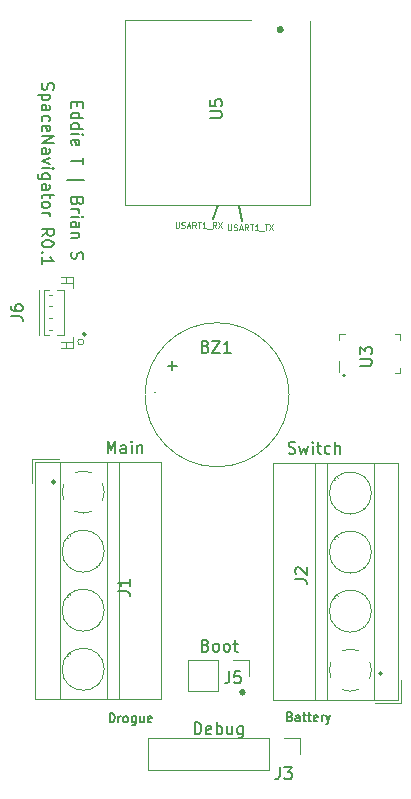
<source format=gbr>
%TF.GenerationSoftware,KiCad,Pcbnew,(6.0.4)*%
%TF.CreationDate,2022-05-08T20:42:15-04:00*%
%TF.ProjectId,STM32_Altimeter_R2,53544d33-325f-4416-9c74-696d65746572,0.1*%
%TF.SameCoordinates,Original*%
%TF.FileFunction,Legend,Top*%
%TF.FilePolarity,Positive*%
%FSLAX46Y46*%
G04 Gerber Fmt 4.6, Leading zero omitted, Abs format (unit mm)*
G04 Created by KiCad (PCBNEW (6.0.4)) date 2022-05-08 20:42:15*
%MOMM*%
%LPD*%
G01*
G04 APERTURE LIST*
%ADD10C,0.150000*%
%ADD11C,0.125000*%
%ADD12C,0.120000*%
G04 APERTURE END LIST*
D10*
X49700000Y-98900000D02*
G75*
G03*
X49700000Y-98900000I-200000J0D01*
G01*
X52476394Y-42800000D02*
X52923606Y-42800000D01*
X52923606Y-42800000D02*
X52923606Y-42800000D01*
X52923606Y-42800000D02*
X52476394Y-42800000D01*
X52476394Y-42800000D02*
X52476394Y-42800000D01*
X42100001Y-73500000D02*
G75*
G03*
X42100001Y-73500000I-1J0D01*
G01*
X52923607Y-42800000D02*
G75*
G03*
X52923607Y-42800000I-223607J0D01*
G01*
X52700000Y-42576394D02*
X52700000Y-42576394D01*
X52700000Y-42576394D02*
X52700000Y-43023606D01*
X52700000Y-43023606D02*
X52700000Y-43023606D01*
X52700000Y-43023606D02*
X52700000Y-42576394D01*
X52800000Y-42900000D02*
X52600000Y-42900000D01*
X52600000Y-42900000D02*
X52600000Y-42800000D01*
X52600000Y-42800000D02*
X52800000Y-42800000D01*
X52800000Y-42800000D02*
X52800000Y-42900000D01*
X47012614Y-58805740D02*
X47395716Y-57671530D01*
X52476394Y-42700000D02*
X52700000Y-42700000D01*
X52700000Y-42700000D02*
X52700000Y-42700000D01*
X52700000Y-42700000D02*
X52476394Y-42700000D01*
X52476394Y-42700000D02*
X52476394Y-42700000D01*
X61341421Y-97300000D02*
G75*
G03*
X61341421Y-97300000I-141421J0D01*
G01*
X52800000Y-42700000D02*
X52800000Y-42700000D01*
X52800000Y-42700000D02*
X52800000Y-42900000D01*
X52800000Y-42900000D02*
X52800000Y-42900000D01*
X52800000Y-42900000D02*
X52800000Y-42700000D01*
X58200000Y-72100000D02*
G75*
G03*
X58200000Y-72100000I-100000J0D01*
G01*
X33641421Y-81100000D02*
G75*
G03*
X33641421Y-81100000I-141421J0D01*
G01*
X49500000Y-59000000D02*
X49227166Y-57690201D01*
X49600000Y-98900000D02*
G75*
G03*
X49600000Y-98900000I-100000J0D01*
G01*
X36241421Y-68600000D02*
G75*
G03*
X36241421Y-68600000I-141421J0D01*
G01*
X45452380Y-102452380D02*
X45452380Y-101452380D01*
X45690476Y-101452380D01*
X45833333Y-101500000D01*
X45928571Y-101595238D01*
X45976190Y-101690476D01*
X46023809Y-101880952D01*
X46023809Y-102023809D01*
X45976190Y-102214285D01*
X45928571Y-102309523D01*
X45833333Y-102404761D01*
X45690476Y-102452380D01*
X45452380Y-102452380D01*
X46833333Y-102404761D02*
X46738095Y-102452380D01*
X46547619Y-102452380D01*
X46452380Y-102404761D01*
X46404761Y-102309523D01*
X46404761Y-101928571D01*
X46452380Y-101833333D01*
X46547619Y-101785714D01*
X46738095Y-101785714D01*
X46833333Y-101833333D01*
X46880952Y-101928571D01*
X46880952Y-102023809D01*
X46404761Y-102119047D01*
X47309523Y-102452380D02*
X47309523Y-101452380D01*
X47309523Y-101833333D02*
X47404761Y-101785714D01*
X47595238Y-101785714D01*
X47690476Y-101833333D01*
X47738095Y-101880952D01*
X47785714Y-101976190D01*
X47785714Y-102261904D01*
X47738095Y-102357142D01*
X47690476Y-102404761D01*
X47595238Y-102452380D01*
X47404761Y-102452380D01*
X47309523Y-102404761D01*
X48642857Y-101785714D02*
X48642857Y-102452380D01*
X48214285Y-101785714D02*
X48214285Y-102309523D01*
X48261904Y-102404761D01*
X48357142Y-102452380D01*
X48500000Y-102452380D01*
X48595238Y-102404761D01*
X48642857Y-102357142D01*
X49547619Y-101785714D02*
X49547619Y-102595238D01*
X49500000Y-102690476D01*
X49452380Y-102738095D01*
X49357142Y-102785714D01*
X49214285Y-102785714D01*
X49119047Y-102738095D01*
X49547619Y-102404761D02*
X49452380Y-102452380D01*
X49261904Y-102452380D01*
X49166666Y-102404761D01*
X49119047Y-102357142D01*
X49071428Y-102261904D01*
X49071428Y-101976190D01*
X49119047Y-101880952D01*
X49166666Y-101833333D01*
X49261904Y-101785714D01*
X49452380Y-101785714D01*
X49547619Y-101833333D01*
X53403265Y-78653764D02*
X53546122Y-78701383D01*
X53784217Y-78701383D01*
X53879455Y-78653764D01*
X53927074Y-78606145D01*
X53974693Y-78510907D01*
X53974693Y-78415669D01*
X53927074Y-78320431D01*
X53879455Y-78272812D01*
X53784217Y-78225193D01*
X53593741Y-78177574D01*
X53498503Y-78129955D01*
X53450884Y-78082336D01*
X53403265Y-77987098D01*
X53403265Y-77891860D01*
X53450884Y-77796622D01*
X53498503Y-77749003D01*
X53593741Y-77701383D01*
X53831836Y-77701383D01*
X53974693Y-77749003D01*
X54308027Y-78034717D02*
X54498503Y-78701383D01*
X54688979Y-78225193D01*
X54879455Y-78701383D01*
X55069931Y-78034717D01*
X55450884Y-78701383D02*
X55450884Y-78034717D01*
X55450884Y-77701383D02*
X55403265Y-77749003D01*
X55450884Y-77796622D01*
X55498503Y-77749003D01*
X55450884Y-77701383D01*
X55450884Y-77796622D01*
X55784217Y-78034717D02*
X56165170Y-78034717D01*
X55927074Y-77701383D02*
X55927074Y-78558526D01*
X55974693Y-78653764D01*
X56069931Y-78701383D01*
X56165170Y-78701383D01*
X56927074Y-78653764D02*
X56831836Y-78701383D01*
X56641360Y-78701383D01*
X56546122Y-78653764D01*
X56498503Y-78606145D01*
X56450884Y-78510907D01*
X56450884Y-78225193D01*
X56498503Y-78129955D01*
X56546122Y-78082336D01*
X56641360Y-78034717D01*
X56831836Y-78034717D01*
X56927074Y-78082336D01*
X57355646Y-78701383D02*
X57355646Y-77701383D01*
X57784217Y-78701383D02*
X57784217Y-78177574D01*
X57736598Y-78082336D01*
X57641360Y-78034717D01*
X57498503Y-78034717D01*
X57403265Y-78082336D01*
X57355646Y-78129955D01*
X32553454Y-47309695D02*
X32505835Y-47452552D01*
X32505835Y-47690647D01*
X32553454Y-47785885D01*
X32601073Y-47833504D01*
X32696311Y-47881123D01*
X32791549Y-47881123D01*
X32886787Y-47833504D01*
X32934406Y-47785885D01*
X32982025Y-47690647D01*
X33029644Y-47500171D01*
X33077263Y-47404933D01*
X33124882Y-47357314D01*
X33220120Y-47309695D01*
X33315358Y-47309695D01*
X33410596Y-47357314D01*
X33458216Y-47404933D01*
X33505835Y-47500171D01*
X33505835Y-47738266D01*
X33458216Y-47881123D01*
X33172501Y-48309695D02*
X32172501Y-48309695D01*
X33124882Y-48309695D02*
X33172501Y-48404933D01*
X33172501Y-48595409D01*
X33124882Y-48690647D01*
X33077263Y-48738266D01*
X32982025Y-48785885D01*
X32696311Y-48785885D01*
X32601073Y-48738266D01*
X32553454Y-48690647D01*
X32505835Y-48595409D01*
X32505835Y-48404933D01*
X32553454Y-48309695D01*
X32505835Y-49643028D02*
X33029644Y-49643028D01*
X33124882Y-49595409D01*
X33172501Y-49500171D01*
X33172501Y-49309695D01*
X33124882Y-49214457D01*
X32553454Y-49643028D02*
X32505835Y-49547790D01*
X32505835Y-49309695D01*
X32553454Y-49214457D01*
X32648692Y-49166838D01*
X32743930Y-49166838D01*
X32839168Y-49214457D01*
X32886787Y-49309695D01*
X32886787Y-49547790D01*
X32934406Y-49643028D01*
X32553454Y-50547790D02*
X32505835Y-50452552D01*
X32505835Y-50262076D01*
X32553454Y-50166838D01*
X32601073Y-50119219D01*
X32696311Y-50071600D01*
X32982025Y-50071600D01*
X33077263Y-50119219D01*
X33124882Y-50166838D01*
X33172501Y-50262076D01*
X33172501Y-50452552D01*
X33124882Y-50547790D01*
X32553454Y-51357314D02*
X32505835Y-51262076D01*
X32505835Y-51071600D01*
X32553454Y-50976362D01*
X32648692Y-50928742D01*
X33029644Y-50928742D01*
X33124882Y-50976362D01*
X33172501Y-51071600D01*
X33172501Y-51262076D01*
X33124882Y-51357314D01*
X33029644Y-51404933D01*
X32934406Y-51404933D01*
X32839168Y-50928742D01*
X32505835Y-51833504D02*
X33505835Y-51833504D01*
X32505835Y-52404933D01*
X33505835Y-52404933D01*
X32505835Y-53309695D02*
X33029644Y-53309695D01*
X33124882Y-53262076D01*
X33172501Y-53166838D01*
X33172501Y-52976362D01*
X33124882Y-52881123D01*
X32553454Y-53309695D02*
X32505835Y-53214457D01*
X32505835Y-52976362D01*
X32553454Y-52881123D01*
X32648692Y-52833504D01*
X32743930Y-52833504D01*
X32839168Y-52881123D01*
X32886787Y-52976362D01*
X32886787Y-53214457D01*
X32934406Y-53309695D01*
X33172501Y-53690647D02*
X32505835Y-53928742D01*
X33172501Y-54166838D01*
X32505835Y-54547790D02*
X33172501Y-54547790D01*
X33505835Y-54547790D02*
X33458216Y-54500171D01*
X33410596Y-54547790D01*
X33458216Y-54595409D01*
X33505835Y-54547790D01*
X33410596Y-54547790D01*
X33172501Y-55452552D02*
X32362977Y-55452552D01*
X32267739Y-55404933D01*
X32220120Y-55357314D01*
X32172501Y-55262076D01*
X32172501Y-55119219D01*
X32220120Y-55023981D01*
X32553454Y-55452552D02*
X32505835Y-55357314D01*
X32505835Y-55166838D01*
X32553454Y-55071600D01*
X32601073Y-55023981D01*
X32696311Y-54976362D01*
X32982025Y-54976362D01*
X33077263Y-55023981D01*
X33124882Y-55071600D01*
X33172501Y-55166838D01*
X33172501Y-55357314D01*
X33124882Y-55452552D01*
X32505835Y-56357314D02*
X33029644Y-56357314D01*
X33124882Y-56309695D01*
X33172501Y-56214457D01*
X33172501Y-56023981D01*
X33124882Y-55928742D01*
X32553454Y-56357314D02*
X32505835Y-56262076D01*
X32505835Y-56023981D01*
X32553454Y-55928742D01*
X32648692Y-55881123D01*
X32743930Y-55881123D01*
X32839168Y-55928742D01*
X32886787Y-56023981D01*
X32886787Y-56262076D01*
X32934406Y-56357314D01*
X33172501Y-56690647D02*
X33172501Y-57071600D01*
X33505835Y-56833504D02*
X32648692Y-56833504D01*
X32553454Y-56881123D01*
X32505835Y-56976362D01*
X32505835Y-57071600D01*
X32505835Y-57547790D02*
X32553454Y-57452552D01*
X32601073Y-57404933D01*
X32696311Y-57357314D01*
X32982025Y-57357314D01*
X33077263Y-57404933D01*
X33124882Y-57452552D01*
X33172501Y-57547790D01*
X33172501Y-57690647D01*
X33124882Y-57785885D01*
X33077263Y-57833504D01*
X32982025Y-57881123D01*
X32696311Y-57881123D01*
X32601073Y-57833504D01*
X32553454Y-57785885D01*
X32505835Y-57690647D01*
X32505835Y-57547790D01*
X32505835Y-58309695D02*
X33172501Y-58309695D01*
X32982025Y-58309695D02*
X33077263Y-58357314D01*
X33124882Y-58404933D01*
X33172501Y-58500171D01*
X33172501Y-58595409D01*
X32505835Y-60262076D02*
X32982025Y-59928742D01*
X32505835Y-59690647D02*
X33505835Y-59690647D01*
X33505835Y-60071600D01*
X33458216Y-60166838D01*
X33410596Y-60214457D01*
X33315358Y-60262076D01*
X33172501Y-60262076D01*
X33077263Y-60214457D01*
X33029644Y-60166838D01*
X32982025Y-60071600D01*
X32982025Y-59690647D01*
X33505835Y-60881123D02*
X33505835Y-60976362D01*
X33458216Y-61071600D01*
X33410596Y-61119219D01*
X33315358Y-61166838D01*
X33124882Y-61214457D01*
X32886787Y-61214457D01*
X32696311Y-61166838D01*
X32601073Y-61119219D01*
X32553454Y-61071600D01*
X32505835Y-60976362D01*
X32505835Y-60881123D01*
X32553454Y-60785885D01*
X32601073Y-60738266D01*
X32696311Y-60690647D01*
X32886787Y-60643028D01*
X33124882Y-60643028D01*
X33315358Y-60690647D01*
X33410596Y-60738266D01*
X33458216Y-60785885D01*
X33505835Y-60881123D01*
X32601073Y-61643028D02*
X32553454Y-61690647D01*
X32505835Y-61643028D01*
X32553454Y-61595409D01*
X32601073Y-61643028D01*
X32505835Y-61643028D01*
X32505835Y-62643028D02*
X32505835Y-62071600D01*
X32505835Y-62357314D02*
X33505835Y-62357314D01*
X33362977Y-62262076D01*
X33267739Y-62166838D01*
X33220120Y-62071600D01*
X38252052Y-101438883D02*
X38252052Y-100688883D01*
X38430624Y-100688883D01*
X38537767Y-100724598D01*
X38609195Y-100796026D01*
X38644910Y-100867455D01*
X38680624Y-101010312D01*
X38680624Y-101117455D01*
X38644910Y-101260312D01*
X38609195Y-101331740D01*
X38537767Y-101403169D01*
X38430624Y-101438883D01*
X38252052Y-101438883D01*
X39002052Y-101438883D02*
X39002052Y-100938883D01*
X39002052Y-101081740D02*
X39037767Y-101010312D01*
X39073481Y-100974598D01*
X39144910Y-100938883D01*
X39216338Y-100938883D01*
X39573481Y-101438883D02*
X39502052Y-101403169D01*
X39466338Y-101367455D01*
X39430624Y-101296026D01*
X39430624Y-101081740D01*
X39466338Y-101010312D01*
X39502052Y-100974598D01*
X39573481Y-100938883D01*
X39680624Y-100938883D01*
X39752052Y-100974598D01*
X39787767Y-101010312D01*
X39823481Y-101081740D01*
X39823481Y-101296026D01*
X39787767Y-101367455D01*
X39752052Y-101403169D01*
X39680624Y-101438883D01*
X39573481Y-101438883D01*
X40466338Y-100938883D02*
X40466338Y-101546026D01*
X40430624Y-101617455D01*
X40394910Y-101653169D01*
X40323481Y-101688883D01*
X40216338Y-101688883D01*
X40144910Y-101653169D01*
X40466338Y-101403169D02*
X40394910Y-101438883D01*
X40252052Y-101438883D01*
X40180624Y-101403169D01*
X40144910Y-101367455D01*
X40109195Y-101296026D01*
X40109195Y-101081740D01*
X40144910Y-101010312D01*
X40180624Y-100974598D01*
X40252052Y-100938883D01*
X40394910Y-100938883D01*
X40466338Y-100974598D01*
X41144910Y-100938883D02*
X41144910Y-101438883D01*
X40823481Y-100938883D02*
X40823481Y-101331740D01*
X40859195Y-101403169D01*
X40930624Y-101438883D01*
X41037767Y-101438883D01*
X41109195Y-101403169D01*
X41144910Y-101367455D01*
X41787767Y-101403169D02*
X41716338Y-101438883D01*
X41573481Y-101438883D01*
X41502052Y-101403169D01*
X41466338Y-101331740D01*
X41466338Y-101046026D01*
X41502052Y-100974598D01*
X41573481Y-100938883D01*
X41716338Y-100938883D01*
X41787767Y-100974598D01*
X41823481Y-101046026D01*
X41823481Y-101117455D01*
X41466338Y-101188883D01*
D11*
X48278458Y-59285952D02*
X48278458Y-59690714D01*
X48302268Y-59738333D01*
X48326077Y-59762142D01*
X48373696Y-59785952D01*
X48468935Y-59785952D01*
X48516554Y-59762142D01*
X48540363Y-59738333D01*
X48564173Y-59690714D01*
X48564173Y-59285952D01*
X48778458Y-59762142D02*
X48849887Y-59785952D01*
X48968935Y-59785952D01*
X49016554Y-59762142D01*
X49040363Y-59738333D01*
X49064173Y-59690714D01*
X49064173Y-59643095D01*
X49040363Y-59595476D01*
X49016554Y-59571666D01*
X48968935Y-59547857D01*
X48873696Y-59524047D01*
X48826077Y-59500238D01*
X48802268Y-59476428D01*
X48778458Y-59428809D01*
X48778458Y-59381190D01*
X48802268Y-59333571D01*
X48826077Y-59309762D01*
X48873696Y-59285952D01*
X48992744Y-59285952D01*
X49064173Y-59309762D01*
X49254649Y-59643095D02*
X49492744Y-59643095D01*
X49207030Y-59785952D02*
X49373696Y-59285952D01*
X49540363Y-59785952D01*
X49992744Y-59785952D02*
X49826077Y-59547857D01*
X49707030Y-59785952D02*
X49707030Y-59285952D01*
X49897506Y-59285952D01*
X49945125Y-59309762D01*
X49968935Y-59333571D01*
X49992744Y-59381190D01*
X49992744Y-59452619D01*
X49968935Y-59500238D01*
X49945125Y-59524047D01*
X49897506Y-59547857D01*
X49707030Y-59547857D01*
X50135601Y-59285952D02*
X50421316Y-59285952D01*
X50278458Y-59785952D02*
X50278458Y-59285952D01*
X50849887Y-59785952D02*
X50564173Y-59785952D01*
X50707030Y-59785952D02*
X50707030Y-59285952D01*
X50659411Y-59357381D01*
X50611792Y-59405000D01*
X50564173Y-59428809D01*
X50945125Y-59833571D02*
X51326077Y-59833571D01*
X51373696Y-59285952D02*
X51659411Y-59285952D01*
X51516554Y-59785952D02*
X51516554Y-59285952D01*
X51778458Y-59285952D02*
X52111792Y-59785952D01*
X52111792Y-59285952D02*
X51778458Y-59785952D01*
D10*
X46380952Y-94928571D02*
X46523809Y-94976190D01*
X46571428Y-95023809D01*
X46619047Y-95119047D01*
X46619047Y-95261904D01*
X46571428Y-95357142D01*
X46523809Y-95404761D01*
X46428571Y-95452380D01*
X46047619Y-95452380D01*
X46047619Y-94452380D01*
X46380952Y-94452380D01*
X46476190Y-94500000D01*
X46523809Y-94547619D01*
X46571428Y-94642857D01*
X46571428Y-94738095D01*
X46523809Y-94833333D01*
X46476190Y-94880952D01*
X46380952Y-94928571D01*
X46047619Y-94928571D01*
X47190476Y-95452380D02*
X47095238Y-95404761D01*
X47047619Y-95357142D01*
X47000000Y-95261904D01*
X47000000Y-94976190D01*
X47047619Y-94880952D01*
X47095238Y-94833333D01*
X47190476Y-94785714D01*
X47333333Y-94785714D01*
X47428571Y-94833333D01*
X47476190Y-94880952D01*
X47523809Y-94976190D01*
X47523809Y-95261904D01*
X47476190Y-95357142D01*
X47428571Y-95404761D01*
X47333333Y-95452380D01*
X47190476Y-95452380D01*
X48095238Y-95452380D02*
X48000000Y-95404761D01*
X47952380Y-95357142D01*
X47904761Y-95261904D01*
X47904761Y-94976190D01*
X47952380Y-94880952D01*
X48000000Y-94833333D01*
X48095238Y-94785714D01*
X48238095Y-94785714D01*
X48333333Y-94833333D01*
X48380952Y-94880952D01*
X48428571Y-94976190D01*
X48428571Y-95261904D01*
X48380952Y-95357142D01*
X48333333Y-95404761D01*
X48238095Y-95452380D01*
X48095238Y-95452380D01*
X48714285Y-94785714D02*
X49095238Y-94785714D01*
X48857142Y-94452380D02*
X48857142Y-95309523D01*
X48904761Y-95404761D01*
X48999999Y-95452380D01*
X49095238Y-95452380D01*
X53526116Y-100962360D02*
X53633259Y-100998074D01*
X53668973Y-101033789D01*
X53704688Y-101105217D01*
X53704688Y-101212360D01*
X53668973Y-101283789D01*
X53633259Y-101319503D01*
X53561830Y-101355217D01*
X53276116Y-101355217D01*
X53276116Y-100605217D01*
X53526116Y-100605217D01*
X53597545Y-100640932D01*
X53633259Y-100676646D01*
X53668973Y-100748074D01*
X53668973Y-100819503D01*
X53633259Y-100890932D01*
X53597545Y-100926646D01*
X53526116Y-100962360D01*
X53276116Y-100962360D01*
X54347545Y-101355217D02*
X54347545Y-100962360D01*
X54311830Y-100890932D01*
X54240402Y-100855217D01*
X54097545Y-100855217D01*
X54026116Y-100890932D01*
X54347545Y-101319503D02*
X54276116Y-101355217D01*
X54097545Y-101355217D01*
X54026116Y-101319503D01*
X53990402Y-101248074D01*
X53990402Y-101176646D01*
X54026116Y-101105217D01*
X54097545Y-101069503D01*
X54276116Y-101069503D01*
X54347545Y-101033789D01*
X54597545Y-100855217D02*
X54883259Y-100855217D01*
X54704688Y-100605217D02*
X54704688Y-101248074D01*
X54740402Y-101319503D01*
X54811830Y-101355217D01*
X54883259Y-101355217D01*
X55026116Y-100855217D02*
X55311830Y-100855217D01*
X55133259Y-100605217D02*
X55133259Y-101248074D01*
X55168973Y-101319503D01*
X55240402Y-101355217D01*
X55311830Y-101355217D01*
X55847545Y-101319503D02*
X55776116Y-101355217D01*
X55633259Y-101355217D01*
X55561830Y-101319503D01*
X55526116Y-101248074D01*
X55526116Y-100962360D01*
X55561830Y-100890932D01*
X55633259Y-100855217D01*
X55776116Y-100855217D01*
X55847545Y-100890932D01*
X55883259Y-100962360D01*
X55883259Y-101033789D01*
X55526116Y-101105217D01*
X56204688Y-101355217D02*
X56204688Y-100855217D01*
X56204688Y-100998074D02*
X56240402Y-100926646D01*
X56276116Y-100890932D01*
X56347545Y-100855217D01*
X56418973Y-100855217D01*
X56597545Y-100855217D02*
X56776116Y-101355217D01*
X56954688Y-100855217D02*
X56776116Y-101355217D01*
X56704688Y-101533789D01*
X56668973Y-101569503D01*
X56597545Y-101605217D01*
D11*
X43840444Y-59090732D02*
X43840444Y-59495494D01*
X43864253Y-59543113D01*
X43888063Y-59566922D01*
X43935682Y-59590732D01*
X44030920Y-59590732D01*
X44078539Y-59566922D01*
X44102348Y-59543113D01*
X44126158Y-59495494D01*
X44126158Y-59090732D01*
X44340444Y-59566922D02*
X44411872Y-59590732D01*
X44530920Y-59590732D01*
X44578539Y-59566922D01*
X44602348Y-59543113D01*
X44626158Y-59495494D01*
X44626158Y-59447875D01*
X44602348Y-59400256D01*
X44578539Y-59376446D01*
X44530920Y-59352637D01*
X44435682Y-59328827D01*
X44388063Y-59305018D01*
X44364253Y-59281208D01*
X44340444Y-59233589D01*
X44340444Y-59185970D01*
X44364253Y-59138351D01*
X44388063Y-59114542D01*
X44435682Y-59090732D01*
X44554729Y-59090732D01*
X44626158Y-59114542D01*
X44816634Y-59447875D02*
X45054729Y-59447875D01*
X44769015Y-59590732D02*
X44935682Y-59090732D01*
X45102348Y-59590732D01*
X45554729Y-59590732D02*
X45388063Y-59352637D01*
X45269015Y-59590732D02*
X45269015Y-59090732D01*
X45459491Y-59090732D01*
X45507110Y-59114542D01*
X45530920Y-59138351D01*
X45554729Y-59185970D01*
X45554729Y-59257399D01*
X45530920Y-59305018D01*
X45507110Y-59328827D01*
X45459491Y-59352637D01*
X45269015Y-59352637D01*
X45697586Y-59090732D02*
X45983301Y-59090732D01*
X45840444Y-59590732D02*
X45840444Y-59090732D01*
X46411872Y-59590732D02*
X46126158Y-59590732D01*
X46269015Y-59590732D02*
X46269015Y-59090732D01*
X46221396Y-59162161D01*
X46173777Y-59209780D01*
X46126158Y-59233589D01*
X46507110Y-59638351D02*
X46888063Y-59638351D01*
X47292825Y-59590732D02*
X47126158Y-59352637D01*
X47007110Y-59590732D02*
X47007110Y-59090732D01*
X47197586Y-59090732D01*
X47245205Y-59114542D01*
X47269015Y-59138351D01*
X47292825Y-59185970D01*
X47292825Y-59257399D01*
X47269015Y-59305018D01*
X47245205Y-59328827D01*
X47197586Y-59352637D01*
X47007110Y-59352637D01*
X47459491Y-59090732D02*
X47792825Y-59590732D01*
X47792825Y-59090732D02*
X47459491Y-59590732D01*
D10*
X38077597Y-78659550D02*
X38077597Y-77659550D01*
X38410930Y-78373836D01*
X38744264Y-77659550D01*
X38744264Y-78659550D01*
X39649026Y-78659550D02*
X39649026Y-78135741D01*
X39601407Y-78040503D01*
X39506168Y-77992884D01*
X39315692Y-77992884D01*
X39220454Y-78040503D01*
X39649026Y-78611931D02*
X39553788Y-78659550D01*
X39315692Y-78659550D01*
X39220454Y-78611931D01*
X39172835Y-78516693D01*
X39172835Y-78421455D01*
X39220454Y-78326217D01*
X39315692Y-78278598D01*
X39553788Y-78278598D01*
X39649026Y-78230979D01*
X40125216Y-78659550D02*
X40125216Y-77992884D01*
X40125216Y-77659550D02*
X40077597Y-77707170D01*
X40125216Y-77754789D01*
X40172835Y-77707170D01*
X40125216Y-77659550D01*
X40125216Y-77754789D01*
X40601407Y-77992884D02*
X40601407Y-78659550D01*
X40601407Y-78088122D02*
X40649026Y-78040503D01*
X40744264Y-77992884D01*
X40887121Y-77992884D01*
X40982359Y-78040503D01*
X41029978Y-78135741D01*
X41029978Y-78659550D01*
X35533246Y-48959303D02*
X35533246Y-49292637D01*
X35009437Y-49435494D02*
X35009437Y-48959303D01*
X36009437Y-48959303D01*
X36009437Y-49435494D01*
X35009437Y-50292637D02*
X36009437Y-50292637D01*
X35057056Y-50292637D02*
X35009437Y-50197399D01*
X35009437Y-50006922D01*
X35057056Y-49911684D01*
X35104675Y-49864065D01*
X35199913Y-49816446D01*
X35485627Y-49816446D01*
X35580865Y-49864065D01*
X35628484Y-49911684D01*
X35676103Y-50006922D01*
X35676103Y-50197399D01*
X35628484Y-50292637D01*
X35009437Y-51197399D02*
X36009437Y-51197399D01*
X35057056Y-51197399D02*
X35009437Y-51102161D01*
X35009437Y-50911684D01*
X35057056Y-50816446D01*
X35104675Y-50768827D01*
X35199913Y-50721208D01*
X35485627Y-50721208D01*
X35580865Y-50768827D01*
X35628484Y-50816446D01*
X35676103Y-50911684D01*
X35676103Y-51102161D01*
X35628484Y-51197399D01*
X35009437Y-51673589D02*
X35676103Y-51673589D01*
X36009437Y-51673589D02*
X35961818Y-51625970D01*
X35914198Y-51673589D01*
X35961818Y-51721208D01*
X36009437Y-51673589D01*
X35914198Y-51673589D01*
X35057056Y-52530732D02*
X35009437Y-52435494D01*
X35009437Y-52245018D01*
X35057056Y-52149780D01*
X35152294Y-52102161D01*
X35533246Y-52102161D01*
X35628484Y-52149780D01*
X35676103Y-52245018D01*
X35676103Y-52435494D01*
X35628484Y-52530732D01*
X35533246Y-52578351D01*
X35438008Y-52578351D01*
X35342770Y-52102161D01*
X36009437Y-53625970D02*
X36009437Y-54197399D01*
X35009437Y-53911684D02*
X36009437Y-53911684D01*
X34676103Y-55530732D02*
X36104675Y-55530732D01*
X35533246Y-57340256D02*
X35485627Y-57483113D01*
X35438008Y-57530732D01*
X35342770Y-57578351D01*
X35199913Y-57578351D01*
X35104675Y-57530732D01*
X35057056Y-57483113D01*
X35009437Y-57387875D01*
X35009437Y-57006922D01*
X36009437Y-57006922D01*
X36009437Y-57340256D01*
X35961818Y-57435494D01*
X35914198Y-57483113D01*
X35818960Y-57530732D01*
X35723722Y-57530732D01*
X35628484Y-57483113D01*
X35580865Y-57435494D01*
X35533246Y-57340256D01*
X35533246Y-57006922D01*
X35009437Y-58006922D02*
X35676103Y-58006922D01*
X35485627Y-58006922D02*
X35580865Y-58054542D01*
X35628484Y-58102161D01*
X35676103Y-58197399D01*
X35676103Y-58292637D01*
X35009437Y-58625970D02*
X35676103Y-58625970D01*
X36009437Y-58625970D02*
X35961818Y-58578351D01*
X35914198Y-58625970D01*
X35961818Y-58673589D01*
X36009437Y-58625970D01*
X35914198Y-58625970D01*
X35009437Y-59530732D02*
X35533246Y-59530732D01*
X35628484Y-59483113D01*
X35676103Y-59387875D01*
X35676103Y-59197399D01*
X35628484Y-59102161D01*
X35057056Y-59530732D02*
X35009437Y-59435494D01*
X35009437Y-59197399D01*
X35057056Y-59102161D01*
X35152294Y-59054542D01*
X35247532Y-59054542D01*
X35342770Y-59102161D01*
X35390389Y-59197399D01*
X35390389Y-59435494D01*
X35438008Y-59530732D01*
X35676103Y-60006922D02*
X35009437Y-60006922D01*
X35580865Y-60006922D02*
X35628484Y-60054542D01*
X35676103Y-60149780D01*
X35676103Y-60292637D01*
X35628484Y-60387875D01*
X35533246Y-60435494D01*
X35009437Y-60435494D01*
X35057056Y-61625970D02*
X35009437Y-61768827D01*
X35009437Y-62006922D01*
X35057056Y-62102161D01*
X35104675Y-62149780D01*
X35199913Y-62197399D01*
X35295151Y-62197399D01*
X35390389Y-62149780D01*
X35438008Y-62102161D01*
X35485627Y-62006922D01*
X35533246Y-61816446D01*
X35580865Y-61721208D01*
X35628484Y-61673589D01*
X35723722Y-61625970D01*
X35818960Y-61625970D01*
X35914198Y-61673589D01*
X35961818Y-61721208D01*
X36009437Y-61816446D01*
X36009437Y-62054542D01*
X35961818Y-62197399D01*
%TO.C,J3*%
X52666666Y-105252380D02*
X52666666Y-105966666D01*
X52619047Y-106109523D01*
X52523809Y-106204761D01*
X52380952Y-106252380D01*
X52285714Y-106252380D01*
X53047619Y-105252380D02*
X53666666Y-105252380D01*
X53333333Y-105633333D01*
X53476190Y-105633333D01*
X53571428Y-105680952D01*
X53619047Y-105728571D01*
X53666666Y-105823809D01*
X53666666Y-106061904D01*
X53619047Y-106157142D01*
X53571428Y-106204761D01*
X53476190Y-106252380D01*
X53190476Y-106252380D01*
X53095238Y-106204761D01*
X53047619Y-106157142D01*
%TO.C,J1*%
X38952380Y-90333333D02*
X39666666Y-90333333D01*
X39809523Y-90380952D01*
X39904761Y-90476190D01*
X39952380Y-90619047D01*
X39952380Y-90714285D01*
X39952380Y-89333333D02*
X39952380Y-89904761D01*
X39952380Y-89619047D02*
X38952380Y-89619047D01*
X39095238Y-89714285D01*
X39190476Y-89809523D01*
X39238095Y-89904761D01*
%TO.C,U3*%
X59470321Y-71238008D02*
X60279845Y-71238008D01*
X60375083Y-71190389D01*
X60422702Y-71142770D01*
X60470321Y-71047532D01*
X60470321Y-70857056D01*
X60422702Y-70761818D01*
X60375083Y-70714199D01*
X60279845Y-70666580D01*
X59470321Y-70666580D01*
X59470321Y-70285627D02*
X59470321Y-69666580D01*
X59851274Y-69999913D01*
X59851274Y-69857056D01*
X59898893Y-69761818D01*
X59946512Y-69714199D01*
X60041750Y-69666580D01*
X60279845Y-69666580D01*
X60375083Y-69714199D01*
X60422702Y-69761818D01*
X60470321Y-69857056D01*
X60470321Y-70142770D01*
X60422702Y-70238008D01*
X60375083Y-70285627D01*
%TO.C,J6*%
X29880646Y-67070591D02*
X30594932Y-67070591D01*
X30737789Y-67118210D01*
X30833027Y-67213448D01*
X30880646Y-67356305D01*
X30880646Y-67451543D01*
X29880646Y-66165829D02*
X29880646Y-66356305D01*
X29928266Y-66451543D01*
X29975885Y-66499162D01*
X30118742Y-66594400D01*
X30309218Y-66642019D01*
X30690170Y-66642019D01*
X30785408Y-66594400D01*
X30833027Y-66546781D01*
X30880646Y-66451543D01*
X30880646Y-66261067D01*
X30833027Y-66165829D01*
X30785408Y-66118210D01*
X30690170Y-66070591D01*
X30452075Y-66070591D01*
X30356837Y-66118210D01*
X30309218Y-66165829D01*
X30261599Y-66261067D01*
X30261599Y-66451543D01*
X30309218Y-66546781D01*
X30356837Y-66594400D01*
X30452075Y-66642019D01*
%TO.C,U5*%
X46776088Y-50284801D02*
X47585612Y-50284801D01*
X47680850Y-50237182D01*
X47728469Y-50189563D01*
X47776088Y-50094325D01*
X47776088Y-49903849D01*
X47728469Y-49808611D01*
X47680850Y-49760992D01*
X47585612Y-49713373D01*
X46776088Y-49713373D01*
X46776088Y-48760992D02*
X46776088Y-49237182D01*
X47252279Y-49284801D01*
X47204660Y-49237182D01*
X47157041Y-49141944D01*
X47157041Y-48903849D01*
X47204660Y-48808611D01*
X47252279Y-48760992D01*
X47347517Y-48713373D01*
X47585612Y-48713373D01*
X47680850Y-48760992D01*
X47728469Y-48808611D01*
X47776088Y-48903849D01*
X47776088Y-49141944D01*
X47728469Y-49237182D01*
X47680850Y-49284801D01*
%TO.C,J5*%
X48375166Y-97136310D02*
X48375166Y-97850596D01*
X48327547Y-97993453D01*
X48232309Y-98088691D01*
X48089452Y-98136310D01*
X47994214Y-98136310D01*
X49327547Y-97136310D02*
X48851357Y-97136310D01*
X48803738Y-97612501D01*
X48851357Y-97564882D01*
X48946595Y-97517263D01*
X49184690Y-97517263D01*
X49279928Y-97564882D01*
X49327547Y-97612501D01*
X49375166Y-97707739D01*
X49375166Y-97945834D01*
X49327547Y-98041072D01*
X49279928Y-98088691D01*
X49184690Y-98136310D01*
X48946595Y-98136310D01*
X48851357Y-98088691D01*
X48803738Y-98041072D01*
%TO.C,BZ1*%
X46376021Y-69623786D02*
X46518878Y-69671405D01*
X46566497Y-69719024D01*
X46614116Y-69814262D01*
X46614116Y-69957119D01*
X46566497Y-70052357D01*
X46518878Y-70099976D01*
X46423640Y-70147595D01*
X46042688Y-70147595D01*
X46042688Y-69147595D01*
X46376021Y-69147595D01*
X46471259Y-69195215D01*
X46518878Y-69242834D01*
X46566497Y-69338072D01*
X46566497Y-69433310D01*
X46518878Y-69528548D01*
X46471259Y-69576167D01*
X46376021Y-69623786D01*
X46042688Y-69623786D01*
X46947450Y-69147595D02*
X47614116Y-69147595D01*
X46947450Y-70147595D01*
X47614116Y-70147595D01*
X48518878Y-70147595D02*
X47947450Y-70147595D01*
X48233164Y-70147595D02*
X48233164Y-69147595D01*
X48137926Y-69290453D01*
X48042688Y-69385691D01*
X47947450Y-69433310D01*
X43159047Y-71241428D02*
X43920952Y-71241428D01*
X43540000Y-71622380D02*
X43540000Y-70860476D01*
%TO.C,J2*%
X53952380Y-89333333D02*
X54666666Y-89333333D01*
X54809523Y-89380952D01*
X54904761Y-89476190D01*
X54952380Y-89619047D01*
X54952380Y-89714285D01*
X54047619Y-88904761D02*
X54000000Y-88857142D01*
X53952380Y-88761904D01*
X53952380Y-88523809D01*
X54000000Y-88428571D01*
X54047619Y-88380952D01*
X54142857Y-88333333D01*
X54238095Y-88333333D01*
X54380952Y-88380952D01*
X54952380Y-88952380D01*
X54952380Y-88333333D01*
D12*
%TO.C,J3*%
X54345593Y-102798255D02*
X54345593Y-104128255D01*
X51745593Y-102798255D02*
X41525593Y-102798255D01*
X51745593Y-102798255D02*
X51745593Y-105458255D01*
X53015593Y-102798255D02*
X54345593Y-102798255D01*
X51745593Y-105458255D02*
X41525593Y-105458255D01*
X41525593Y-102798255D02*
X41525593Y-105458255D01*
%TO.C,J1*%
X34015663Y-79392338D02*
X34015663Y-99513338D01*
X31715663Y-79152338D02*
X31715663Y-81152338D01*
X34932663Y-85652338D02*
X34882663Y-85602338D01*
X37148663Y-93302338D02*
X37098663Y-93253338D01*
X33955663Y-79152338D02*
X31715663Y-79152338D01*
X39015663Y-79392338D02*
X39015663Y-99513338D01*
X34932663Y-95652338D02*
X34882663Y-95602338D01*
X34690663Y-85844338D02*
X34665663Y-85820338D01*
X34690663Y-95844338D02*
X34665663Y-95820338D01*
X37148663Y-88302338D02*
X37098663Y-88253338D01*
X37365663Y-93085338D02*
X37341663Y-93060338D01*
X37365663Y-98085338D02*
X37341663Y-98060338D01*
X42575663Y-99513338D02*
X31955663Y-99513338D01*
X37148663Y-98302338D02*
X37098663Y-98253338D01*
X31955663Y-79392338D02*
X31955663Y-99513338D01*
X42575663Y-79392338D02*
X42575663Y-99513338D01*
X42575663Y-79392338D02*
X31955663Y-79392338D01*
X34690663Y-90844338D02*
X34665663Y-90820338D01*
X37365663Y-88085338D02*
X37341663Y-88060338D01*
X34932663Y-90652338D02*
X34882663Y-90602338D01*
X38015663Y-79392338D02*
X38015663Y-99513338D01*
X36711663Y-80313338D02*
G75*
G03*
X35320147Y-80313132I-696001J-1638995D01*
G01*
X37654663Y-82648338D02*
G75*
G03*
X37654869Y-81256822I-1638995J696001D01*
G01*
X35319663Y-83591339D02*
G75*
G03*
X36711179Y-83591544I696000J1639001D01*
G01*
X34376663Y-81256338D02*
G75*
G03*
X34235273Y-81983152I1638986J-695998D01*
G01*
X34235663Y-81952338D02*
G75*
G03*
X34377164Y-82647839I1780002J0D01*
G01*
X37795663Y-91952338D02*
G75*
G03*
X37795663Y-91952338I-1780000J0D01*
G01*
X37795663Y-86952338D02*
G75*
G03*
X37795663Y-86952338I-1780000J0D01*
G01*
X37795663Y-96952338D02*
G75*
G03*
X37795663Y-96952338I-1780000J0D01*
G01*
%TO.C,U3*%
X62879186Y-71406317D02*
X62879186Y-71906317D01*
X57679186Y-71806317D02*
X57679186Y-70856317D01*
X62879186Y-71906317D02*
X62379186Y-71906317D01*
X57679186Y-68606317D02*
X58179186Y-68606317D01*
X62879186Y-68606317D02*
X62879186Y-69106317D01*
X57679186Y-69106317D02*
X57679186Y-68606317D01*
X62379186Y-68606317D02*
X62879186Y-68606317D01*
%TO.C,J6*%
X34563410Y-63737258D02*
X34563410Y-64237258D01*
X34163410Y-64237258D02*
X34163410Y-64237258D01*
X34163410Y-69737258D02*
X35163410Y-69737258D01*
X34563410Y-64237258D02*
X34563410Y-64237258D01*
X35163410Y-64237258D02*
X34163410Y-64237258D01*
X34563410Y-69737258D02*
X34563410Y-69237258D01*
X34563410Y-64237258D02*
X34563410Y-63737258D01*
X33163410Y-65237258D02*
X33363410Y-65237258D01*
X35163410Y-63737258D02*
X35163410Y-64637258D01*
X35163410Y-64237258D02*
X35163410Y-64237258D01*
X35163410Y-69737258D02*
X35163410Y-68837258D01*
X33163410Y-68637258D02*
X32663410Y-68637258D01*
X35163410Y-69237258D02*
X35163410Y-69237258D01*
X34563410Y-69237258D02*
X34563410Y-69737258D01*
X34413410Y-68637258D02*
X34413410Y-64837258D01*
X34163410Y-69237258D02*
X35163410Y-69237258D01*
X34163410Y-69237258D02*
X34163410Y-69237258D01*
X32663410Y-68637258D02*
X32663410Y-64837258D01*
X32663410Y-64837258D02*
X33163410Y-64837258D01*
X33763410Y-68637258D02*
X34413410Y-68637258D01*
X33163410Y-66237258D02*
X33363410Y-66237258D01*
X34563410Y-63737258D02*
X34563410Y-63737258D01*
X34413410Y-64837258D02*
X33763410Y-64837258D01*
X34563410Y-69737258D02*
X34563410Y-69737258D01*
X34563410Y-69237258D02*
X34563410Y-69237258D01*
X32263410Y-68637258D02*
X32263410Y-64837258D01*
X34163410Y-64237258D02*
X35163410Y-64237258D01*
X35163410Y-69237258D02*
X34163410Y-69237258D01*
X33163410Y-67237258D02*
X33363410Y-67237258D01*
X33163410Y-68237258D02*
X33363410Y-68237258D01*
X34163410Y-63737258D02*
X35163410Y-63737258D01*
X36063410Y-69237258D02*
G75*
G03*
X36063410Y-69237258I-250000J0D01*
G01*
%TO.C,U5*%
X55255716Y-42061530D02*
X55255716Y-57671530D01*
X55255716Y-57671530D02*
X39535716Y-57671530D01*
X50195716Y-41951530D02*
X39535716Y-41951530D01*
X39535716Y-41951530D02*
X39535716Y-57671530D01*
%TO.C,J5*%
X50053500Y-96160054D02*
X50053500Y-97490054D01*
X47453500Y-96160054D02*
X44853500Y-96160054D01*
X48723500Y-96160054D02*
X50053500Y-96160054D01*
X47453500Y-96160054D02*
X47453500Y-98820054D01*
X47453500Y-98820054D02*
X44853500Y-98820054D01*
X44853500Y-96160054D02*
X44853500Y-98820054D01*
%TO.C,BZ1*%
X53450000Y-73710000D02*
G75*
G03*
X53450000Y-73710000I-6100000J0D01*
G01*
%TO.C,J2*%
X59965194Y-93140033D02*
X59990194Y-93164033D01*
X60640194Y-99592033D02*
X60640194Y-79471033D01*
X52080194Y-99592033D02*
X62700194Y-99592033D01*
X59965194Y-83140033D02*
X59990194Y-83164033D01*
X59723194Y-93332033D02*
X59773194Y-93382033D01*
X52080194Y-99592033D02*
X52080194Y-79471033D01*
X57507194Y-90682033D02*
X57557194Y-90731033D01*
X57507194Y-85682033D02*
X57557194Y-85731033D01*
X62940194Y-99832033D02*
X62940194Y-97832033D01*
X55640194Y-99592033D02*
X55640194Y-79471033D01*
X57290194Y-80899033D02*
X57314194Y-80924033D01*
X60700194Y-99832033D02*
X62940194Y-99832033D01*
X57290194Y-85899033D02*
X57314194Y-85924033D01*
X56640194Y-99592033D02*
X56640194Y-79471033D01*
X59723194Y-83332033D02*
X59773194Y-83382033D01*
X59965194Y-88140033D02*
X59990194Y-88164033D01*
X62700194Y-99592033D02*
X62700194Y-79471033D01*
X59723194Y-88332033D02*
X59773194Y-88382033D01*
X52080194Y-79471033D02*
X62700194Y-79471033D01*
X57290194Y-90899033D02*
X57314194Y-90924033D01*
X57507194Y-80682033D02*
X57557194Y-80731033D01*
X57001194Y-96336033D02*
G75*
G03*
X57000988Y-97727549I1638995J-696001D01*
G01*
X60279194Y-97728033D02*
G75*
G03*
X60420584Y-97001219I-1638986J695998D01*
G01*
X57944194Y-98671033D02*
G75*
G03*
X59335710Y-98671239I696001J1638995D01*
G01*
X59336194Y-95393032D02*
G75*
G03*
X57944678Y-95392827I-696000J-1639001D01*
G01*
X60420194Y-97032033D02*
G75*
G03*
X60278693Y-96336532I-1780002J0D01*
G01*
X60420194Y-82032033D02*
G75*
G03*
X60420194Y-82032033I-1780000J0D01*
G01*
X60420194Y-87032033D02*
G75*
G03*
X60420194Y-87032033I-1780000J0D01*
G01*
X60420194Y-92032033D02*
G75*
G03*
X60420194Y-92032033I-1780000J0D01*
G01*
%TD*%
M02*

</source>
